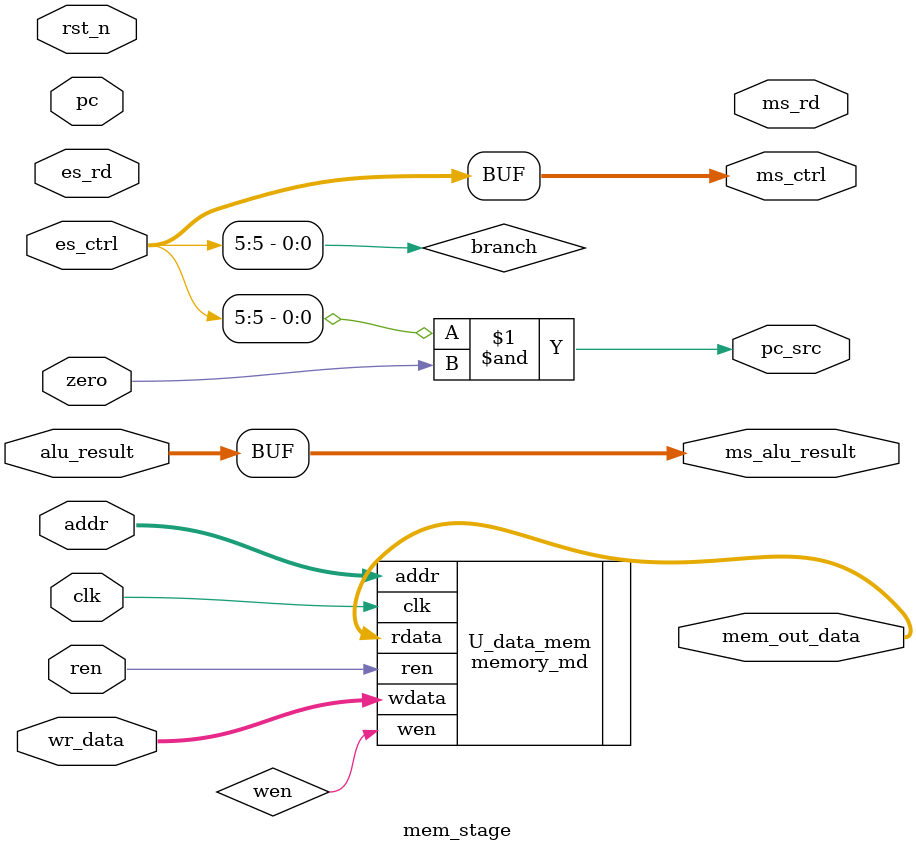
<source format=v>


module mem_stage (
	 input 			clk    // Clock
	,input 			rst_n  // Asynchronous reset active low
	
	,input 			ren

	,input  [31:0]  alu_result

	,input 	[31:0] 	addr
	,input 	[31:0] 	wr_data
	,output [31:0]  mem_out_data
	,output [31:0]  ms_alu_result

// rd for R type
	,input  [ 4:0]  es_rd
	,output [ 4:0]	ms_rd
	
	,input 	[ 5:0] 	es_ctrl
	,input 			pc
	,input 			zero
	,output 		pc_src

	,output [ 5:0]  ms_ctrl
);

wire   branch   	 = es_ctrl[5];
assign pc_src 		 = branch & zero;
assign ms_alu_result = alu_result;
assign ms_ctrl 		 = es_ctrl;

// data ram

localparam DEPTH = 1024;
memory_md #(
		.DEPTH(DEPTH)
	) U_data_mem (
		.clk   (clk),
		.ren   (ren),
		.wen   (wen),
		.addr  (addr),
		.wdata (wr_data),
		.rdata (mem_out_data)
	);


endmodule

</source>
